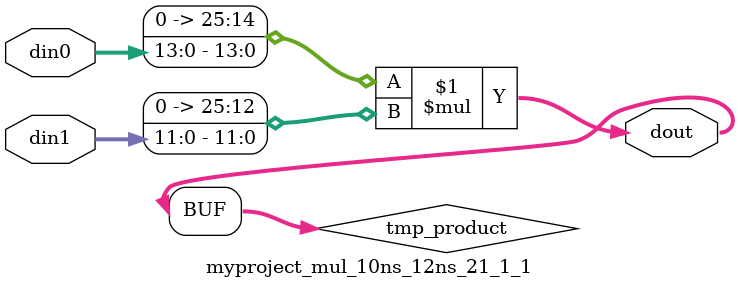
<source format=v>

`timescale 1 ns / 1 ps

 module myproject_mul_10ns_12ns_21_1_1(din0, din1, dout);
parameter ID = 1;
parameter NUM_STAGE = 0;
parameter din0_WIDTH = 14;
parameter din1_WIDTH = 12;
parameter dout_WIDTH = 26;

input [din0_WIDTH - 1 : 0] din0; 
input [din1_WIDTH - 1 : 0] din1; 
output [dout_WIDTH - 1 : 0] dout;

wire signed [dout_WIDTH - 1 : 0] tmp_product;
























assign tmp_product = $signed({1'b0, din0}) * $signed({1'b0, din1});











assign dout = tmp_product;





















endmodule

</source>
